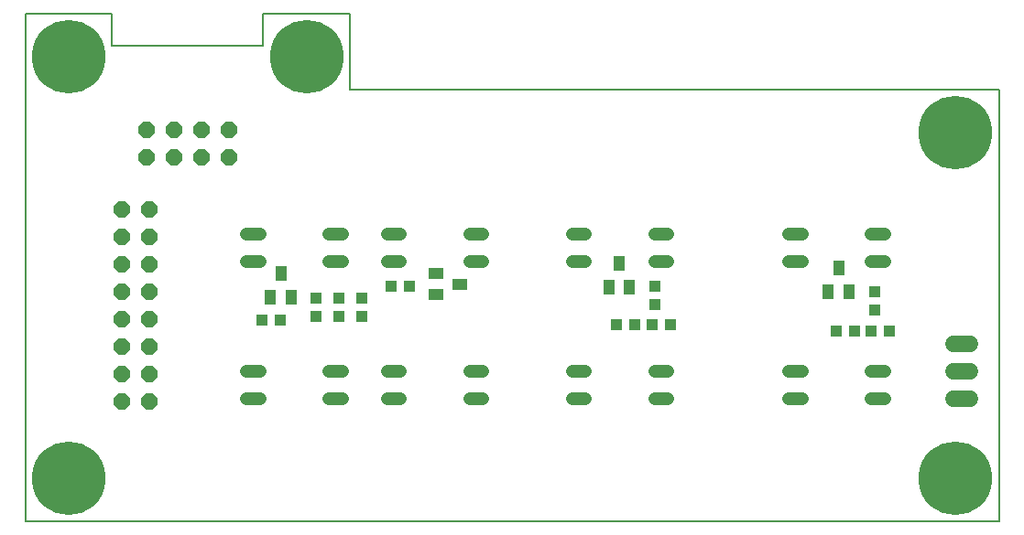
<source format=gbs>
G75*
%MOIN*%
%OFA0B0*%
%FSLAX25Y25*%
%IPPOS*%
%LPD*%
%AMOC8*
5,1,8,0,0,1.08239X$1,22.5*
%
%ADD10C,0.00591*%
%ADD11C,0.04800*%
%ADD12C,0.06000*%
%ADD13R,0.05512X0.03937*%
%ADD14R,0.03937X0.04331*%
%ADD15R,0.03937X0.05512*%
%ADD16R,0.04331X0.03937*%
%ADD17OC8,0.06000*%
%ADD18C,0.26772*%
D10*
X0001394Y0001394D02*
X0001394Y0186433D01*
X0032890Y0186433D01*
X0032890Y0174622D01*
X0088008Y0174622D01*
X0088008Y0186433D01*
X0119504Y0186433D01*
X0119504Y0158874D01*
X0355724Y0158874D01*
X0355724Y0001394D01*
X0001394Y0001394D01*
D11*
X0082025Y0046197D02*
X0086825Y0046197D01*
X0086825Y0056197D02*
X0082025Y0056197D01*
X0112025Y0056197D02*
X0116825Y0056197D01*
X0116825Y0046197D02*
X0112025Y0046197D01*
X0133206Y0046197D02*
X0138006Y0046197D01*
X0138006Y0056197D02*
X0133206Y0056197D01*
X0163206Y0056197D02*
X0168006Y0056197D01*
X0168006Y0046197D02*
X0163206Y0046197D01*
X0200529Y0046197D02*
X0205329Y0046197D01*
X0205329Y0056197D02*
X0200529Y0056197D01*
X0230529Y0056197D02*
X0235329Y0056197D01*
X0235329Y0046197D02*
X0230529Y0046197D01*
X0279269Y0046197D02*
X0284069Y0046197D01*
X0284069Y0056197D02*
X0279269Y0056197D01*
X0309269Y0056197D02*
X0314069Y0056197D01*
X0314069Y0046197D02*
X0309269Y0046197D01*
X0309269Y0096197D02*
X0314069Y0096197D01*
X0314069Y0106197D02*
X0309269Y0106197D01*
X0284069Y0106197D02*
X0279269Y0106197D01*
X0279269Y0096197D02*
X0284069Y0096197D01*
X0235329Y0096197D02*
X0230529Y0096197D01*
X0230529Y0106197D02*
X0235329Y0106197D01*
X0205329Y0106197D02*
X0200529Y0106197D01*
X0200529Y0096197D02*
X0205329Y0096197D01*
X0168006Y0096197D02*
X0163206Y0096197D01*
X0163206Y0106197D02*
X0168006Y0106197D01*
X0138006Y0106197D02*
X0133206Y0106197D01*
X0133206Y0096197D02*
X0138006Y0096197D01*
X0116825Y0096197D02*
X0112025Y0096197D01*
X0112025Y0106197D02*
X0116825Y0106197D01*
X0086825Y0106197D02*
X0082025Y0106197D01*
X0082025Y0096197D02*
X0086825Y0096197D01*
D12*
X0339063Y0066276D02*
X0345063Y0066276D01*
X0345063Y0056276D02*
X0339063Y0056276D01*
X0339063Y0046276D02*
X0345063Y0046276D01*
D13*
X0159512Y0087913D03*
X0150850Y0084173D03*
X0150850Y0091654D03*
D14*
X0141354Y0087220D03*
X0134661Y0087220D03*
X0115402Y0082937D03*
X0115402Y0076244D03*
X0094110Y0074622D03*
X0087417Y0074622D03*
X0229543Y0073047D03*
X0236236Y0073047D03*
X0309071Y0070685D03*
X0315764Y0070685D03*
D15*
X0301197Y0085252D03*
X0293717Y0085252D03*
X0297457Y0093913D03*
X0221276Y0086827D03*
X0213795Y0086827D03*
X0217535Y0095488D03*
X0098142Y0083260D03*
X0090661Y0083260D03*
X0094402Y0091921D03*
D16*
X0107189Y0082937D03*
X0107189Y0076244D03*
X0124008Y0076244D03*
X0124008Y0082937D03*
X0216551Y0073047D03*
X0223244Y0073047D03*
X0230528Y0080331D03*
X0230528Y0087024D03*
X0296472Y0070685D03*
X0303165Y0070685D03*
X0310449Y0078362D03*
X0310449Y0085055D03*
D17*
X0075449Y0134189D03*
X0065449Y0134189D03*
X0055449Y0134189D03*
X0045449Y0134189D03*
X0045449Y0144189D03*
X0055449Y0144189D03*
X0065449Y0144189D03*
X0075449Y0144189D03*
X0046551Y0115134D03*
X0036551Y0115134D03*
X0036551Y0105134D03*
X0046551Y0105134D03*
X0046551Y0095134D03*
X0036551Y0095134D03*
X0036551Y0085134D03*
X0046551Y0085134D03*
X0046551Y0075134D03*
X0036551Y0075134D03*
X0036551Y0065134D03*
X0046551Y0065134D03*
X0046551Y0055134D03*
X0036551Y0055134D03*
X0036551Y0045134D03*
X0046551Y0045134D03*
D18*
X0017142Y0017142D03*
X0017142Y0170685D03*
X0103756Y0170685D03*
X0339976Y0143126D03*
X0339976Y0017142D03*
M02*

</source>
